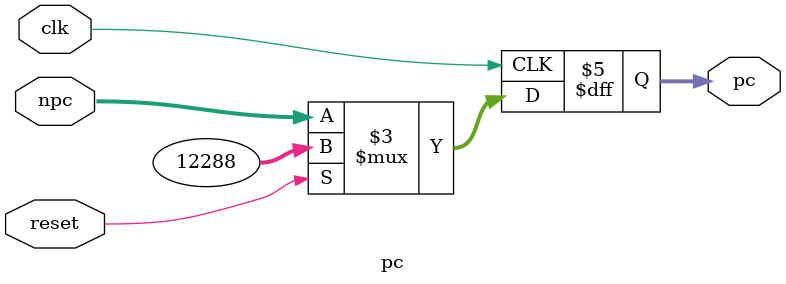
<source format=v>
`timescale 1ns / 1ps
module pc(
    input clk,
    input reset,
    input [31:0] npc,
    output reg [31:0] pc
    );
	 
	 always @(posedge clk) begin
		if (reset) begin
			pc <= 32'h00003000;
		end else begin
			pc <= npc;
		end
	 end


endmodule

</source>
